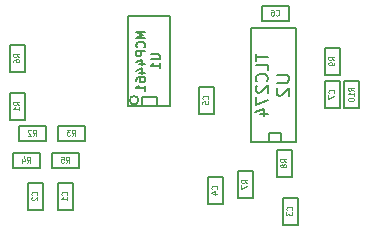
<source format=gbo>
G04 (created by PCBNEW (2013-jul-07)-stable) date So 08 Feb 2015 13:55:18 CET*
%MOIN*%
G04 Gerber Fmt 3.4, Leading zero omitted, Abs format*
%FSLAX34Y34*%
G01*
G70*
G90*
G04 APERTURE LIST*
%ADD10C,0.00590551*%
%ADD11C,0.0065*%
%ADD12C,0.006*%
%ADD13C,0.005*%
%ADD14C,0.008*%
%ADD15C,0.0045*%
G04 APERTURE END LIST*
G54D10*
G54D11*
X61500Y-21300D02*
X61500Y-24300D01*
X60100Y-24300D02*
X60100Y-21300D01*
X61500Y-21300D02*
X60100Y-21300D01*
G54D12*
X60100Y-24300D02*
X61500Y-24300D01*
G54D13*
X60441Y-24100D02*
G75*
G03X60441Y-24100I-141J0D01*
G74*
G01*
X61050Y-24300D02*
X61050Y-24000D01*
X61050Y-24000D02*
X60550Y-24000D01*
X60550Y-24000D02*
X60550Y-24300D01*
G54D14*
X65700Y-25500D02*
X65700Y-21700D01*
X65700Y-21700D02*
X64200Y-21700D01*
X64200Y-21700D02*
X64200Y-25500D01*
X64200Y-25500D02*
X65700Y-25500D01*
X65200Y-25500D02*
X65200Y-25200D01*
X65200Y-25200D02*
X64800Y-25200D01*
X64800Y-25200D02*
X64800Y-25500D01*
G54D13*
X56250Y-26350D02*
X57150Y-26350D01*
X57150Y-26350D02*
X57150Y-25850D01*
X57150Y-25850D02*
X56250Y-25850D01*
X56250Y-25850D02*
X56250Y-26350D01*
X62450Y-23650D02*
X62450Y-24550D01*
X62450Y-24550D02*
X62950Y-24550D01*
X62950Y-24550D02*
X62950Y-23650D01*
X62950Y-23650D02*
X62450Y-23650D01*
X66650Y-23450D02*
X66650Y-24350D01*
X66650Y-24350D02*
X67150Y-24350D01*
X67150Y-24350D02*
X67150Y-23450D01*
X67150Y-23450D02*
X66650Y-23450D01*
X67300Y-23450D02*
X67300Y-24350D01*
X67300Y-24350D02*
X67800Y-24350D01*
X67800Y-24350D02*
X67800Y-23450D01*
X67800Y-23450D02*
X67300Y-23450D01*
X66650Y-22350D02*
X66650Y-23250D01*
X66650Y-23250D02*
X67150Y-23250D01*
X67150Y-23250D02*
X67150Y-22350D01*
X67150Y-22350D02*
X66650Y-22350D01*
X62750Y-26650D02*
X62750Y-27550D01*
X62750Y-27550D02*
X63250Y-27550D01*
X63250Y-27550D02*
X63250Y-26650D01*
X63250Y-26650D02*
X62750Y-26650D01*
X65050Y-25750D02*
X65050Y-26650D01*
X65050Y-26650D02*
X65550Y-26650D01*
X65550Y-26650D02*
X65550Y-25750D01*
X65550Y-25750D02*
X65050Y-25750D01*
X65250Y-27350D02*
X65250Y-28250D01*
X65250Y-28250D02*
X65750Y-28250D01*
X65750Y-28250D02*
X65750Y-27350D01*
X65750Y-27350D02*
X65250Y-27350D01*
X63750Y-26450D02*
X63750Y-27350D01*
X63750Y-27350D02*
X64250Y-27350D01*
X64250Y-27350D02*
X64250Y-26450D01*
X64250Y-26450D02*
X63750Y-26450D01*
X57550Y-26350D02*
X58450Y-26350D01*
X58450Y-26350D02*
X58450Y-25850D01*
X58450Y-25850D02*
X57550Y-25850D01*
X57550Y-25850D02*
X57550Y-26350D01*
X57750Y-25450D02*
X58650Y-25450D01*
X58650Y-25450D02*
X58650Y-24950D01*
X58650Y-24950D02*
X57750Y-24950D01*
X57750Y-24950D02*
X57750Y-25450D01*
X56450Y-25450D02*
X57350Y-25450D01*
X57350Y-25450D02*
X57350Y-24950D01*
X57350Y-24950D02*
X56450Y-24950D01*
X56450Y-24950D02*
X56450Y-25450D01*
X57250Y-27750D02*
X57250Y-26850D01*
X57250Y-26850D02*
X56750Y-26850D01*
X56750Y-26850D02*
X56750Y-27750D01*
X56750Y-27750D02*
X57250Y-27750D01*
X58250Y-27750D02*
X58250Y-26850D01*
X58250Y-26850D02*
X57750Y-26850D01*
X57750Y-26850D02*
X57750Y-27750D01*
X57750Y-27750D02*
X58250Y-27750D01*
X56650Y-23150D02*
X56650Y-22250D01*
X56650Y-22250D02*
X56150Y-22250D01*
X56150Y-22250D02*
X56150Y-23150D01*
X56150Y-23150D02*
X56650Y-23150D01*
X56650Y-24750D02*
X56650Y-23850D01*
X56650Y-23850D02*
X56150Y-23850D01*
X56150Y-23850D02*
X56150Y-24750D01*
X56150Y-24750D02*
X56650Y-24750D01*
X64550Y-21450D02*
X65450Y-21450D01*
X65450Y-21450D02*
X65450Y-20950D01*
X65450Y-20950D02*
X64550Y-20950D01*
X64550Y-20950D02*
X64550Y-21450D01*
X60871Y-22571D02*
X61114Y-22571D01*
X61142Y-22585D01*
X61157Y-22600D01*
X61171Y-22628D01*
X61171Y-22685D01*
X61157Y-22714D01*
X61142Y-22728D01*
X61114Y-22742D01*
X60871Y-22742D01*
X61171Y-23042D02*
X61171Y-22871D01*
X61171Y-22957D02*
X60871Y-22957D01*
X60914Y-22928D01*
X60942Y-22900D01*
X60957Y-22871D01*
X60671Y-21828D02*
X60371Y-21828D01*
X60585Y-21928D01*
X60371Y-22028D01*
X60671Y-22028D01*
X60642Y-22342D02*
X60657Y-22328D01*
X60671Y-22285D01*
X60671Y-22257D01*
X60657Y-22214D01*
X60628Y-22185D01*
X60600Y-22171D01*
X60542Y-22157D01*
X60500Y-22157D01*
X60442Y-22171D01*
X60414Y-22185D01*
X60385Y-22214D01*
X60371Y-22257D01*
X60371Y-22285D01*
X60385Y-22328D01*
X60400Y-22342D01*
X60671Y-22471D02*
X60371Y-22471D01*
X60371Y-22585D01*
X60385Y-22614D01*
X60400Y-22628D01*
X60428Y-22642D01*
X60471Y-22642D01*
X60500Y-22628D01*
X60514Y-22614D01*
X60528Y-22585D01*
X60528Y-22471D01*
X60471Y-22900D02*
X60671Y-22900D01*
X60357Y-22828D02*
X60571Y-22757D01*
X60571Y-22942D01*
X60471Y-23185D02*
X60671Y-23185D01*
X60357Y-23114D02*
X60571Y-23042D01*
X60571Y-23228D01*
X60371Y-23471D02*
X60371Y-23414D01*
X60385Y-23385D01*
X60400Y-23371D01*
X60442Y-23342D01*
X60500Y-23328D01*
X60614Y-23328D01*
X60642Y-23342D01*
X60657Y-23357D01*
X60671Y-23385D01*
X60671Y-23442D01*
X60657Y-23471D01*
X60642Y-23485D01*
X60614Y-23500D01*
X60542Y-23500D01*
X60514Y-23485D01*
X60500Y-23471D01*
X60485Y-23442D01*
X60485Y-23385D01*
X60500Y-23357D01*
X60514Y-23342D01*
X60542Y-23328D01*
X60671Y-23785D02*
X60671Y-23614D01*
X60671Y-23700D02*
X60371Y-23700D01*
X60414Y-23671D01*
X60442Y-23642D01*
X60457Y-23614D01*
X65061Y-23257D02*
X65385Y-23257D01*
X65423Y-23278D01*
X65442Y-23300D01*
X65461Y-23342D01*
X65461Y-23428D01*
X65442Y-23471D01*
X65423Y-23492D01*
X65385Y-23514D01*
X65061Y-23514D01*
X65100Y-23707D02*
X65080Y-23728D01*
X65061Y-23771D01*
X65061Y-23878D01*
X65080Y-23921D01*
X65100Y-23942D01*
X65138Y-23964D01*
X65176Y-23964D01*
X65233Y-23942D01*
X65461Y-23685D01*
X65461Y-23964D01*
X64361Y-22552D02*
X64361Y-22780D01*
X64761Y-22666D02*
X64361Y-22666D01*
X64761Y-23104D02*
X64761Y-22914D01*
X64361Y-22914D01*
X64723Y-23466D02*
X64742Y-23447D01*
X64761Y-23390D01*
X64761Y-23352D01*
X64742Y-23295D01*
X64704Y-23257D01*
X64666Y-23238D01*
X64590Y-23219D01*
X64533Y-23219D01*
X64457Y-23238D01*
X64419Y-23257D01*
X64380Y-23295D01*
X64361Y-23352D01*
X64361Y-23390D01*
X64380Y-23447D01*
X64400Y-23466D01*
X64400Y-23619D02*
X64380Y-23638D01*
X64361Y-23676D01*
X64361Y-23771D01*
X64380Y-23809D01*
X64400Y-23828D01*
X64438Y-23847D01*
X64476Y-23847D01*
X64533Y-23828D01*
X64761Y-23600D01*
X64761Y-23847D01*
X64361Y-23980D02*
X64361Y-24247D01*
X64761Y-24076D01*
X64495Y-24571D02*
X64761Y-24571D01*
X64342Y-24476D02*
X64628Y-24380D01*
X64628Y-24628D01*
G54D15*
X56730Y-26180D02*
X56790Y-26085D01*
X56832Y-26180D02*
X56832Y-25980D01*
X56764Y-25980D01*
X56747Y-25990D01*
X56738Y-26000D01*
X56730Y-26019D01*
X56730Y-26047D01*
X56738Y-26066D01*
X56747Y-26076D01*
X56764Y-26085D01*
X56832Y-26085D01*
X56575Y-26047D02*
X56575Y-26180D01*
X56618Y-25971D02*
X56661Y-26114D01*
X56550Y-26114D01*
X62761Y-24070D02*
X62771Y-24061D01*
X62780Y-24035D01*
X62780Y-24018D01*
X62771Y-23992D01*
X62752Y-23975D01*
X62733Y-23967D01*
X62695Y-23958D01*
X62666Y-23958D01*
X62628Y-23967D01*
X62609Y-23975D01*
X62590Y-23992D01*
X62580Y-24018D01*
X62580Y-24035D01*
X62590Y-24061D01*
X62600Y-24070D01*
X62580Y-24232D02*
X62580Y-24147D01*
X62676Y-24138D01*
X62666Y-24147D01*
X62657Y-24164D01*
X62657Y-24207D01*
X62666Y-24224D01*
X62676Y-24232D01*
X62695Y-24241D01*
X62742Y-24241D01*
X62761Y-24232D01*
X62771Y-24224D01*
X62780Y-24207D01*
X62780Y-24164D01*
X62771Y-24147D01*
X62761Y-24138D01*
X66961Y-23870D02*
X66971Y-23861D01*
X66980Y-23835D01*
X66980Y-23818D01*
X66971Y-23792D01*
X66952Y-23775D01*
X66933Y-23767D01*
X66895Y-23758D01*
X66866Y-23758D01*
X66828Y-23767D01*
X66809Y-23775D01*
X66790Y-23792D01*
X66780Y-23818D01*
X66780Y-23835D01*
X66790Y-23861D01*
X66800Y-23870D01*
X66780Y-23930D02*
X66780Y-24050D01*
X66980Y-23972D01*
X67630Y-23784D02*
X67535Y-23724D01*
X67630Y-23681D02*
X67430Y-23681D01*
X67430Y-23750D01*
X67440Y-23767D01*
X67450Y-23775D01*
X67469Y-23784D01*
X67497Y-23784D01*
X67516Y-23775D01*
X67526Y-23767D01*
X67535Y-23750D01*
X67535Y-23681D01*
X67630Y-23955D02*
X67630Y-23852D01*
X67630Y-23904D02*
X67430Y-23904D01*
X67459Y-23887D01*
X67478Y-23870D01*
X67488Y-23852D01*
X67430Y-24067D02*
X67430Y-24084D01*
X67440Y-24101D01*
X67450Y-24110D01*
X67469Y-24118D01*
X67507Y-24127D01*
X67554Y-24127D01*
X67592Y-24118D01*
X67611Y-24110D01*
X67621Y-24101D01*
X67630Y-24084D01*
X67630Y-24067D01*
X67621Y-24050D01*
X67611Y-24041D01*
X67592Y-24032D01*
X67554Y-24024D01*
X67507Y-24024D01*
X67469Y-24032D01*
X67450Y-24041D01*
X67440Y-24050D01*
X67430Y-24067D01*
X66980Y-22770D02*
X66885Y-22710D01*
X66980Y-22667D02*
X66780Y-22667D01*
X66780Y-22735D01*
X66790Y-22752D01*
X66800Y-22761D01*
X66819Y-22770D01*
X66847Y-22770D01*
X66866Y-22761D01*
X66876Y-22752D01*
X66885Y-22735D01*
X66885Y-22667D01*
X66980Y-22855D02*
X66980Y-22890D01*
X66971Y-22907D01*
X66961Y-22915D01*
X66933Y-22932D01*
X66895Y-22941D01*
X66819Y-22941D01*
X66800Y-22932D01*
X66790Y-22924D01*
X66780Y-22907D01*
X66780Y-22872D01*
X66790Y-22855D01*
X66800Y-22847D01*
X66819Y-22838D01*
X66866Y-22838D01*
X66885Y-22847D01*
X66895Y-22855D01*
X66904Y-22872D01*
X66904Y-22907D01*
X66895Y-22924D01*
X66885Y-22932D01*
X66866Y-22941D01*
X63061Y-27070D02*
X63071Y-27061D01*
X63080Y-27035D01*
X63080Y-27018D01*
X63071Y-26992D01*
X63052Y-26975D01*
X63033Y-26967D01*
X62995Y-26958D01*
X62966Y-26958D01*
X62928Y-26967D01*
X62909Y-26975D01*
X62890Y-26992D01*
X62880Y-27018D01*
X62880Y-27035D01*
X62890Y-27061D01*
X62900Y-27070D01*
X62947Y-27224D02*
X63080Y-27224D01*
X62871Y-27181D02*
X63014Y-27138D01*
X63014Y-27250D01*
X65380Y-26170D02*
X65285Y-26110D01*
X65380Y-26067D02*
X65180Y-26067D01*
X65180Y-26135D01*
X65190Y-26152D01*
X65200Y-26161D01*
X65219Y-26170D01*
X65247Y-26170D01*
X65266Y-26161D01*
X65276Y-26152D01*
X65285Y-26135D01*
X65285Y-26067D01*
X65266Y-26272D02*
X65257Y-26255D01*
X65247Y-26247D01*
X65228Y-26238D01*
X65219Y-26238D01*
X65200Y-26247D01*
X65190Y-26255D01*
X65180Y-26272D01*
X65180Y-26307D01*
X65190Y-26324D01*
X65200Y-26332D01*
X65219Y-26341D01*
X65228Y-26341D01*
X65247Y-26332D01*
X65257Y-26324D01*
X65266Y-26307D01*
X65266Y-26272D01*
X65276Y-26255D01*
X65285Y-26247D01*
X65304Y-26238D01*
X65342Y-26238D01*
X65361Y-26247D01*
X65371Y-26255D01*
X65380Y-26272D01*
X65380Y-26307D01*
X65371Y-26324D01*
X65361Y-26332D01*
X65342Y-26341D01*
X65304Y-26341D01*
X65285Y-26332D01*
X65276Y-26324D01*
X65266Y-26307D01*
X65561Y-27770D02*
X65571Y-27761D01*
X65580Y-27735D01*
X65580Y-27718D01*
X65571Y-27692D01*
X65552Y-27675D01*
X65533Y-27667D01*
X65495Y-27658D01*
X65466Y-27658D01*
X65428Y-27667D01*
X65409Y-27675D01*
X65390Y-27692D01*
X65380Y-27718D01*
X65380Y-27735D01*
X65390Y-27761D01*
X65400Y-27770D01*
X65380Y-27830D02*
X65380Y-27941D01*
X65457Y-27881D01*
X65457Y-27907D01*
X65466Y-27924D01*
X65476Y-27932D01*
X65495Y-27941D01*
X65542Y-27941D01*
X65561Y-27932D01*
X65571Y-27924D01*
X65580Y-27907D01*
X65580Y-27855D01*
X65571Y-27838D01*
X65561Y-27830D01*
X64080Y-26870D02*
X63985Y-26810D01*
X64080Y-26767D02*
X63880Y-26767D01*
X63880Y-26835D01*
X63890Y-26852D01*
X63900Y-26861D01*
X63919Y-26870D01*
X63947Y-26870D01*
X63966Y-26861D01*
X63976Y-26852D01*
X63985Y-26835D01*
X63985Y-26767D01*
X63880Y-26930D02*
X63880Y-27050D01*
X64080Y-26972D01*
X58030Y-26180D02*
X58090Y-26085D01*
X58132Y-26180D02*
X58132Y-25980D01*
X58064Y-25980D01*
X58047Y-25990D01*
X58038Y-26000D01*
X58030Y-26019D01*
X58030Y-26047D01*
X58038Y-26066D01*
X58047Y-26076D01*
X58064Y-26085D01*
X58132Y-26085D01*
X57867Y-25980D02*
X57952Y-25980D01*
X57961Y-26076D01*
X57952Y-26066D01*
X57935Y-26057D01*
X57892Y-26057D01*
X57875Y-26066D01*
X57867Y-26076D01*
X57858Y-26095D01*
X57858Y-26142D01*
X57867Y-26161D01*
X57875Y-26171D01*
X57892Y-26180D01*
X57935Y-26180D01*
X57952Y-26171D01*
X57961Y-26161D01*
X58230Y-25280D02*
X58290Y-25185D01*
X58332Y-25280D02*
X58332Y-25080D01*
X58264Y-25080D01*
X58247Y-25090D01*
X58238Y-25100D01*
X58230Y-25119D01*
X58230Y-25147D01*
X58238Y-25166D01*
X58247Y-25176D01*
X58264Y-25185D01*
X58332Y-25185D01*
X58170Y-25080D02*
X58058Y-25080D01*
X58118Y-25157D01*
X58092Y-25157D01*
X58075Y-25166D01*
X58067Y-25176D01*
X58058Y-25195D01*
X58058Y-25242D01*
X58067Y-25261D01*
X58075Y-25271D01*
X58092Y-25280D01*
X58144Y-25280D01*
X58161Y-25271D01*
X58170Y-25261D01*
X56930Y-25280D02*
X56990Y-25185D01*
X57032Y-25280D02*
X57032Y-25080D01*
X56964Y-25080D01*
X56947Y-25090D01*
X56938Y-25100D01*
X56930Y-25119D01*
X56930Y-25147D01*
X56938Y-25166D01*
X56947Y-25176D01*
X56964Y-25185D01*
X57032Y-25185D01*
X56861Y-25100D02*
X56852Y-25090D01*
X56835Y-25080D01*
X56792Y-25080D01*
X56775Y-25090D01*
X56767Y-25100D01*
X56758Y-25119D01*
X56758Y-25138D01*
X56767Y-25166D01*
X56870Y-25280D01*
X56758Y-25280D01*
X57061Y-27270D02*
X57071Y-27261D01*
X57080Y-27235D01*
X57080Y-27218D01*
X57071Y-27192D01*
X57052Y-27175D01*
X57033Y-27167D01*
X56995Y-27158D01*
X56966Y-27158D01*
X56928Y-27167D01*
X56909Y-27175D01*
X56890Y-27192D01*
X56880Y-27218D01*
X56880Y-27235D01*
X56890Y-27261D01*
X56900Y-27270D01*
X56900Y-27338D02*
X56890Y-27347D01*
X56880Y-27364D01*
X56880Y-27407D01*
X56890Y-27424D01*
X56900Y-27432D01*
X56919Y-27441D01*
X56938Y-27441D01*
X56966Y-27432D01*
X57080Y-27330D01*
X57080Y-27441D01*
X58061Y-27270D02*
X58071Y-27261D01*
X58080Y-27235D01*
X58080Y-27218D01*
X58071Y-27192D01*
X58052Y-27175D01*
X58033Y-27167D01*
X57995Y-27158D01*
X57966Y-27158D01*
X57928Y-27167D01*
X57909Y-27175D01*
X57890Y-27192D01*
X57880Y-27218D01*
X57880Y-27235D01*
X57890Y-27261D01*
X57900Y-27270D01*
X58080Y-27441D02*
X58080Y-27338D01*
X58080Y-27390D02*
X57880Y-27390D01*
X57909Y-27372D01*
X57928Y-27355D01*
X57938Y-27338D01*
X56480Y-22670D02*
X56385Y-22610D01*
X56480Y-22567D02*
X56280Y-22567D01*
X56280Y-22635D01*
X56290Y-22652D01*
X56300Y-22661D01*
X56319Y-22670D01*
X56347Y-22670D01*
X56366Y-22661D01*
X56376Y-22652D01*
X56385Y-22635D01*
X56385Y-22567D01*
X56280Y-22824D02*
X56280Y-22790D01*
X56290Y-22772D01*
X56300Y-22764D01*
X56328Y-22747D01*
X56366Y-22738D01*
X56442Y-22738D01*
X56461Y-22747D01*
X56471Y-22755D01*
X56480Y-22772D01*
X56480Y-22807D01*
X56471Y-22824D01*
X56461Y-22832D01*
X56442Y-22841D01*
X56395Y-22841D01*
X56376Y-22832D01*
X56366Y-22824D01*
X56357Y-22807D01*
X56357Y-22772D01*
X56366Y-22755D01*
X56376Y-22747D01*
X56395Y-22738D01*
X56480Y-24270D02*
X56385Y-24210D01*
X56480Y-24167D02*
X56280Y-24167D01*
X56280Y-24235D01*
X56290Y-24252D01*
X56300Y-24261D01*
X56319Y-24270D01*
X56347Y-24270D01*
X56366Y-24261D01*
X56376Y-24252D01*
X56385Y-24235D01*
X56385Y-24167D01*
X56480Y-24441D02*
X56480Y-24338D01*
X56480Y-24390D02*
X56280Y-24390D01*
X56309Y-24372D01*
X56328Y-24355D01*
X56338Y-24338D01*
X65030Y-21261D02*
X65038Y-21271D01*
X65064Y-21280D01*
X65081Y-21280D01*
X65107Y-21271D01*
X65124Y-21252D01*
X65132Y-21233D01*
X65141Y-21195D01*
X65141Y-21166D01*
X65132Y-21128D01*
X65124Y-21109D01*
X65107Y-21090D01*
X65081Y-21080D01*
X65064Y-21080D01*
X65038Y-21090D01*
X65030Y-21100D01*
X64875Y-21080D02*
X64910Y-21080D01*
X64927Y-21090D01*
X64935Y-21100D01*
X64952Y-21128D01*
X64961Y-21166D01*
X64961Y-21242D01*
X64952Y-21261D01*
X64944Y-21271D01*
X64927Y-21280D01*
X64892Y-21280D01*
X64875Y-21271D01*
X64867Y-21261D01*
X64858Y-21242D01*
X64858Y-21195D01*
X64867Y-21176D01*
X64875Y-21166D01*
X64892Y-21157D01*
X64927Y-21157D01*
X64944Y-21166D01*
X64952Y-21176D01*
X64961Y-21195D01*
M02*

</source>
